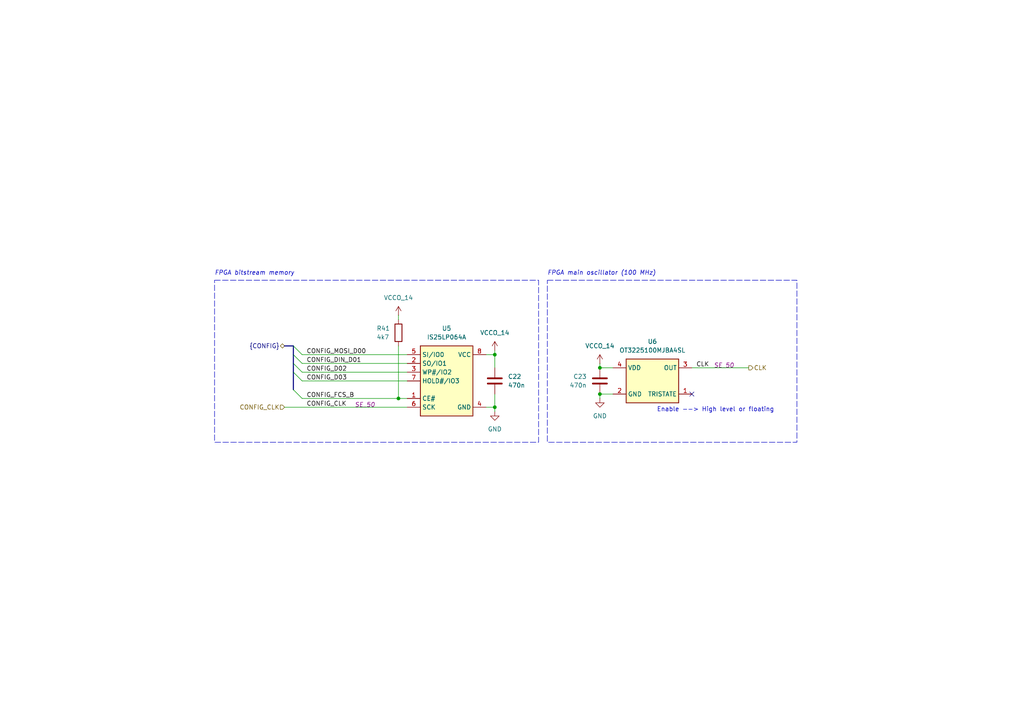
<source format=kicad_sch>
(kicad_sch (version 20250114) (generator "eeschema") (generator_version "9.0")
  (paper "A4")
  (title_block (title "nuku.carrier.template.basic") (date "2025-06-09") (rev "0") (company "Samuel López Asunción") (comment 1 "@supersmau"))
  (lib_symbols
    (symbol "Device:C" (pin_numbers (hide yes)) (pin_names (offset 0.254))
      (property "Reference" "C" (at 0.635 2.54 0))
      (property "Value" "C" (at 0.635 -2.54 0))
      (symbol "C_0_1"
        (polyline (pts (xy -2.032 0.762) (xy 2.032 0.762)) (stroke (width 0.508)))
        (polyline (pts (xy -2.032 -0.762) (xy 2.032 -0.762)) (stroke (width 0.508)))
      )
      (symbol "C_1_1"
        (pin passive line (at 0 3.81 270) (length 2.794) (name "~") (number "1"))
        (pin passive line (at 0 -3.81 90) (length 2.794) (name "~") (number "2"))
      )
    )
    (symbol "Device:R" (pin_numbers (hide yes)) (pin_names (offset 0))
      (property "Reference" "R" (at 2.032 0 90))
      (property "Value" "R" (at 0 0 90))
      (symbol "R_0_1"
        (rectangle (start -1.016 -2.54) (end 1.016 2.54) (stroke (width 0.254)))
      )
      (symbol "R_1_1"
        (pin passive line (at 0 3.81 270) (length 1.27) (name "~") (number "1"))
        (pin passive line (at 0 -3.81 90) (length 1.27) (name "~") (number "2"))
      )
    )
    (symbol "nuku:IS25LP064A"
      (property "Reference" "U" (at 0 3.81 0))
      (property "Value" "IS25LP064A" (at 0 1.27 0))
      (symbol "IS25LP064A_0_1"
        (rectangle (start 0 0) (end 15.24 -20.32) (stroke (width 0.254)) (fill (type background)))
      )
      (symbol "IS25LP064A_1_1"
        (pin bidirectional line (at -3.81 -2.54 0) (length 3.81) (name "SI/IO0") (number "5"))
        (pin bidirectional line (at -3.81 -5.08 0) (length 3.81) (name "SO/IO1") (number "2"))
        (pin bidirectional line (at -3.81 -7.62 0) (length 3.81) (name "WP#/IO2") (number "3"))
        (pin bidirectional line (at -3.81 -10.16 0) (length 3.81) (name "HOLD#/IO3") (number "7"))
        (pin input line (at -3.81 -15.24 0) (length 3.81) (name "CE#") (number "1"))
        (pin input line (at -3.81 -17.78 0) (length 3.81) (name "SCK") (number "6"))
        (pin power_in line (at 19.05 -2.54 180) (length 3.81) (name "VCC") (number "8"))
        (pin power_in line (at 19.05 -17.78 180) (length 3.81) (name "GND") (number "4"))
      )
    )
    (symbol "nuku:OT3225100MJBA4SL"
      (property "Reference" "U" (at 0 3.81 0))
      (property "Value" "OT3225100MJBA4SL" (at 0 1.27 0))
      (symbol "OT3225100MJBA4SL_0_1"
        (rectangle (start 0 0) (end 15.24 -12.7) (stroke (width 0.254)) (fill (type background)))
      )
      (symbol "OT3225100MJBA4SL_1_1"
        (pin power_in line (at -3.81 -2.54 0) (length 3.81) (name "VDD") (number "4"))
        (pin passive line (at -3.81 -10.16 0) (length 3.81) (name "GND") (number "2"))
        (pin output line (at 19.05 -2.54 180) (length 3.81) (name "OUT") (number "3"))
        (pin input line (at 19.05 -10.16 180) (length 3.81) (name "TRISTATE") (number "1"))
      )
    )
    (symbol "power:GND" (power) (pin_numbers (hide yes)) (pin_names (offset 0) (hide yes))
      (property "Value" "GND" (at 0 -3.81 0))
      (symbol "GND_0_1"
        (polyline (pts (xy 0 0) (xy 0 -1.27) (xy 1.27 -1.27) (xy 0 -2.54) (xy -1.27 -1.27) (xy 0 -1.27)))
      )
      (symbol "GND_1_1"
        (pin power_in line (at 0 0 270) (length 0) (name "~") (number "1"))
      )
    )
    (symbol "power:VCC" (power) (pin_numbers (hide yes)) (pin_names (offset 0) (hide yes))
      (property "Value" "VCC" (at 0 3.556 0))
      (symbol "VCC_0_1"
        (polyline (pts (xy -0.762 1.27) (xy 0 2.54)))
        (polyline (pts (xy 0 2.54) (xy 0.762 1.27)))
        (polyline (pts (xy 0 0) (xy 0 2.54)))
      )
      (symbol "VCC_1_1"
        (pin power_in line (at 0 0 90) (length 0) (name "~") (number "1"))
      )
    )
  )
  (rectangle (start 62.23 81.28) (end 156.21 128.27) (stroke (width 0) (type dash)))
  (rectangle (start 158.75 81.28) (end 231.14 128.27) (stroke (width 0) (type dash)))
  (text "Enable --> High level or floating" (at 190.5 118.11 0) (effects (font (size 1.27 1.27)) (justify left top)))
  (text "FPGA main oscillator (100 MHz)" (at 158.75 80.01 0) (effects (font (size 1.27 1.27) (italic yes)) (justify left bottom)))
  (text "FPGA bitstream memory" (at 62.23 80.01 0) (effects (font (size 1.27 1.27) (italic yes)) (justify left bottom)))
  (junction (at 115.57 115.57))
  (junction (at 173.99 106.68))
  (junction (at 143.51 102.87))
  (junction (at 173.99 114.3))
  (junction (at 143.51 118.11))
  (no_connect (at 200.66 114.3))
  (bus_entry (at 85.09 105.41) (size 2.54 2.54))
  (bus_entry (at 85.09 100.33) (size 2.54 2.54))
  (bus_entry (at 85.09 107.95) (size 2.54 2.54))
  (bus_entry (at 85.09 113.03) (size 2.54 2.54))
  (bus_entry (at 85.09 102.87) (size 2.54 2.54))
  (wire (pts (xy 82.55 118.11) (xy 118.11 118.11)))
  (bus (pts (xy 85.09 100.33) (xy 85.09 102.87)))
  (wire (pts (xy 173.99 106.68) (xy 177.8 106.68)))
  (bus (pts (xy 85.09 107.95) (xy 85.09 113.03)))
  (wire (pts (xy 143.51 101.6) (xy 143.51 102.87)))
  (wire (pts (xy 140.97 118.11) (xy 143.51 118.11)))
  (wire (pts (xy 87.63 105.41) (xy 118.11 105.41)))
  (wire (pts (xy 87.63 107.95) (xy 118.11 107.95)))
  (wire (pts (xy 143.51 102.87) (xy 143.51 106.68)))
  (wire (pts (xy 87.63 110.49) (xy 118.11 110.49)))
  (wire (pts (xy 200.66 106.68) (xy 217.17 106.68)))
  (wire (pts (xy 143.51 119.38) (xy 143.51 118.11)))
  (wire (pts (xy 140.97 102.87) (xy 143.51 102.87)))
  (wire (pts (xy 115.57 91.44) (xy 115.57 92.71)))
  (wire (pts (xy 143.51 114.3) (xy 143.51 118.11)))
  (wire (pts (xy 115.57 115.57) (xy 118.11 115.57)))
  (bus (pts (xy 82.55 100.33) (xy 85.09 100.33)))
  (wire (pts (xy 87.63 102.87) (xy 118.11 102.87)))
  (wire (pts (xy 115.57 100.33) (xy 115.57 115.57)))
  (wire (pts (xy 87.63 115.57) (xy 115.57 115.57)))
  (bus (pts (xy 85.09 102.87) (xy 85.09 105.41)))
  (wire (pts (xy 173.99 115.57) (xy 173.99 114.3)))
  (wire (pts (xy 173.99 114.3) (xy 177.8 114.3)))
  (bus (pts (xy 85.09 105.41) (xy 85.09 107.95)))
  (wire (pts (xy 173.99 105.41) (xy 173.99 106.68)))
  (label "CONFIG_CLK" (at 88.9 118.11 0) (property "Netclass" "SE_50" (at 102.87 118.11 0) (effects (font (italic yes)) (justify left bottom))))
  (label "CLK" (at 201.93 106.68 0) (property "Netclass" "SE_50" (at 207.01 106.68 0) (effects (font (italic yes)) (justify left bottom))))
  (label "CONFIG_FCS_B" (at 88.9 115.57 0))
  (label "CONFIG_D02" (at 88.9 107.95 0))
  (label "CONFIG_DIN_D01" (at 88.9 105.41 0))
  (label "CONFIG_D03" (at 88.9 110.49 0))
  (label "CONFIG_MOSI_D00" (at 88.9 102.87 0))
  (hierarchical_label "{CONFIG}" (shape bidirectional) (at 82.55 100.33 180))
  (hierarchical_label "CLK" (shape output) (at 217.17 106.68 0))
  (hierarchical_label "CONFIG_CLK" (shape input) (at 82.55 118.11 180))
  (symbol (lib_id "power:GND") (at 143.51 119.38 0) (unit 1)
    (property "Reference" "#PWR048" (effects (hide yes)))
    (property "Value" "GND" (at 143.51 124.46 0))
    (property "Description" "Power symbol creates a global label with name \"GND\" , ground" (effects (hide yes)))
  )
  (symbol (lib_id "Device:C") (at 173.99 110.49 0) (mirror y) (unit 1)
    (property "Reference" "C23" (at 170.18 109.2199 0) (effects (justify left)))
    (property "Value" "470n" (at 170.18 111.7599 0) (effects (justify left)))
    (property "Footprint" "Capacitor_SMD:C_0402_1005Metric" (effects (hide yes)))
    (property "Description" "Unpolarized capacitor" (effects (hide yes)))
    (property "LCSC" "C47339" (effects (hide yes)))
  )
  (symbol (lib_id "power:VCC") (at 173.99 105.41 0) (unit 1)
    (property "Reference" "#PWR049" (effects (hide yes)))
    (property "Value" "VCCO_14" (at 173.99 100.33 0))
    (property "Description" "Power symbol creates a global label with name \"VCC\"" (effects (hide yes)))
  )
  (symbol (lib_id "power:GND") (at 173.99 115.57 0) (unit 1)
    (property "Reference" "#PWR050" (effects (hide yes)))
    (property "Value" "GND" (at 173.99 120.65 0))
    (property "Description" "Power symbol creates a global label with name \"GND\" , ground" (effects (hide yes)))
  )
  (symbol (lib_id "nuku:IS25LP064A") (at 121.92 100.33 0) (unit 1)
    (property "Reference" "U5" (at 129.54 95.25 0))
    (property "Value" "IS25LP064A" (at 129.54 97.79 0))
    (property "Footprint" "Package_SO:SOIC-8_5.3x5.3mm_P1.27mm" (effects (hide yes)))
    (property "Datasheet" "https://wmsc.lcsc.com/wmsc/upload/file/pdf/v2/lcsc/2401301307_ISSI-Integrated-Silicon-Solution-IS25LP064A-JBLE-TR_C2841348.pdf" (effects (hide yes)))
    (property "LCSC" "C2841348" (effects (hide yes)))
  )
  (symbol (lib_id "power:VCC") (at 115.57 91.44 0) (unit 1)
    (property "Reference" "#PWR046" (effects (hide yes)))
    (property "Value" "VCCO_14" (at 115.57 86.36 0))
    (property "Description" "Power symbol creates a global label with name \"VCC\"" (effects (hide yes)))
  )
  (symbol (lib_id "power:VCC") (at 143.51 101.6 0) (unit 1)
    (property "Reference" "#PWR047" (effects (hide yes)))
    (property "Value" "VCCO_14" (at 143.51 96.52 0))
    (property "Description" "Power symbol creates a global label with name \"VCC\"" (effects (hide yes)))
  )
  (symbol (lib_id "nuku:OT3225100MJBA4SL") (at 181.61 104.14 0) (unit 1)
    (property "Reference" "U6" (at 189.23 99.06 0))
    (property "Value" "OT3225100MJBA4SL" (at 189.23 101.6 0))
    (property "Footprint" "Crystal:Crystal_SMD_3225-4Pin_3.2x2.5mm" (effects (hide yes)))
    (property "Datasheet" "https://jlcpcb.com/api/file/downloadByFileSystemAccessId/8590903647930687488" (effects (hide yes)))
    (property "Description" "1.8V~3.3V ±10ppm ±20ppm CMOS 100MHz SMD3225-4P Crystal Oscillators ROHS" (effects (hide yes)))
    (property "LCSC" "C4353707" (effects (hide yes)))
  )
  (symbol (lib_id "Device:R") (at 115.57 96.52 0) (unit 1)
    (property "Reference" "R41" (at 109.22 95.25 0) (effects (justify left)))
    (property "Value" "4k7" (at 109.22 97.79 0) (effects (justify left)))
    (property "Footprint" "Resistor_SMD:R_0402_1005Metric" (effects (hide yes)))
    (property "Description" "Resistor" (effects (hide yes)))
    (property "LCSC" "C25900" (effects (hide yes)))
  )
  (symbol (lib_id "Device:C") (at 143.51 110.49 0) (unit 1)
    (property "Reference" "C22" (at 147.32 109.2199 0) (effects (justify left)))
    (property "Value" "470n" (at 147.32 111.7599 0) (effects (justify left)))
    (property "Footprint" "Capacitor_SMD:C_0402_1005Metric" (effects (hide yes)))
    (property "Description" "Unpolarized capacitor" (effects (hide yes)))
    (property "LCSC" "C47339" (effects (hide yes)))
  )
)
</source>
